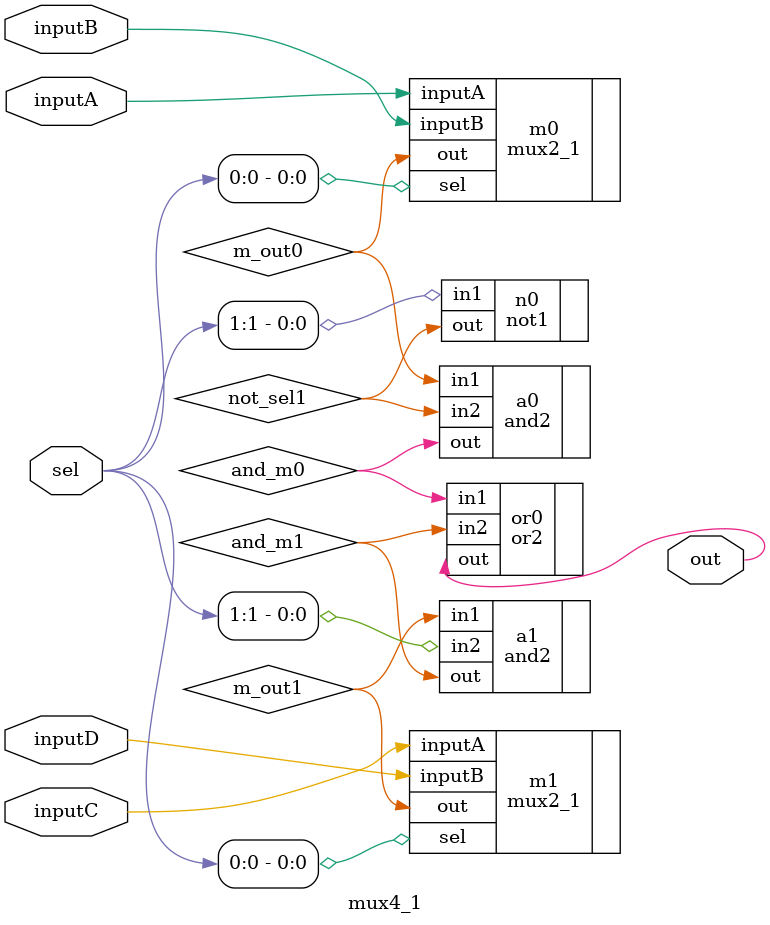
<source format=v>
/*
    CS/ECE 552 Spring '23
    Homework #1, Problem 1

    4-1 mux template
*/
`default_nettype none
module mux4_1(out, inputA, inputB, inputC, inputD, sel);
    output wire      out;
    input wire       inputA, inputB, inputC, inputD;
    input wire [1:0] sel;

    // YOUR CODE HERE
    wire m_out0, m_out1;
    wire and_m0, and_m1, not_sel1;

    mux2_1 m0 ( .out(m_out0), .inputA(inputA), .inputB(inputB), .sel(sel[0]) );
    mux2_1 m1 ( .out(m_out1), .inputA(inputC), .inputB(inputD), .sel(sel[0]) );

    not1 n0 ( .out(not_sel1), .in1(sel[1]));

    and2 a0  ( .out(and_m0), .in1(m_out0), .in2(not_sel1));
    and2 a1  ( .out(and_m1), .in1(m_out1), .in2(sel[1]));

    or2  or0 ( .out(out), .in1(and_m0), .in2(and_m1));
endmodule
`default_nettype wire

</source>
